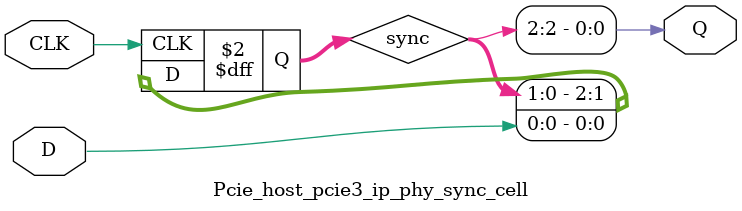
<source format=v>





`timescale 1ps / 1ps



//-------------------------------------------------------------------------------------------------
//  Synchronizer Library Module
//-------------------------------------------------------------------------------------------------
module Pcie_host_pcie3_ip_phy_sync_cell #
(
    parameter integer STAGE = 2
)
(
    //-------------------------------------------------------------------------- 
    //  Input Ports
    //-------------------------------------------------------------------------- 
    input                               CLK,
    input                               D,
    
    //-------------------------------------------------------------------------- 
    //  Output Ports
    //-------------------------------------------------------------------------- 
    output                              Q
);

    //-------------------------------------------------------------------------- 
    //  Synchronized Signals
    //--------------------------------------------------------------------------  
    (* KEEP = "TRUE", ASYNC_REG = "TRUE", SHIFT_EXTRACT = "NO" *) reg [STAGE:0] sync;                                                            



//--------------------------------------------------------------------------------------------------
//  Synchronizier
//--------------------------------------------------------------------------------------------------
always @ (posedge CLK)
begin

    sync <= {sync[(STAGE-1):0], D};
            
end   



//--------------------------------------------------------------------------------------------------
//  Generate Output
//--------------------------------------------------------------------------------------------------
assign Q = sync[STAGE];


endmodule


</source>
